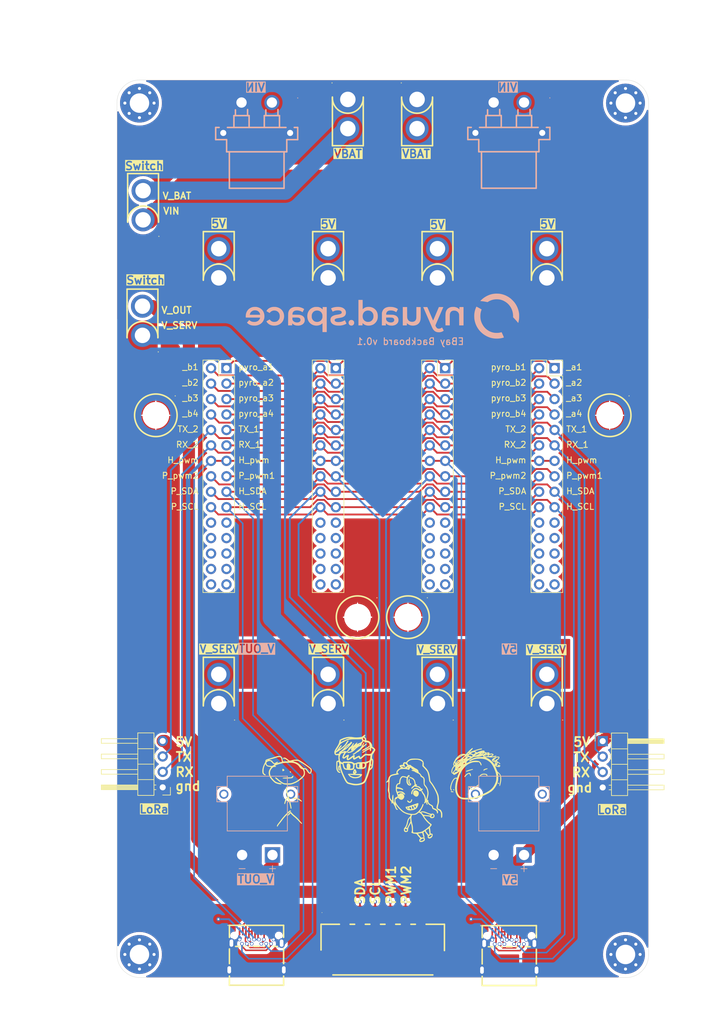
<source format=kicad_pcb>
(kicad_pcb (version 20241229) (generator "pcbnew") (generator_version "9.0")
  (layers (0 "F.Cu" signal) (2 "B.Cu" signal) (13 "F.Paste" user) (15 "B.Paste" user) (5 "F.SilkS" user "F.Silkscreen") (7 "B.SilkS" user "B.Silkscreen") (1 "F.Mask" user) (3 "B.Mask" user) (25 "Edge.Cuts" user))
  (net 0 "")
  (net 1 "VBAT")
  (net 2 "GND")
  (net 3 "VIN")
  (net 4 "5V")
  (net 5 "V_SERV")
  (net 6 "V_OUT")
  (net 7 "P_I2C_SDA")
  (net 8 "P_PWM2")
  (net 9 "P_PWM1")
  (net 10 "P_I2C_SCL")
  (net 11 "UART_TX_1")
  (net 12 "UART_RX_1")
  (net 13 "UART_TX_2")
  (net 14 "UART_RX_2")
  (net 19 "PYRO_B_2")
  (net 20 "PYRO_B_3")
  (net 21 "PYRO_B_4")
  (net 22 "PYRO_A_1")
  (net 24 "PYRO_A_4")
  (net 27 "PYRO_B_1")
  (net 28 "H_I2C_SDA")
  (net 30 "PYRO_A_3")
  (net 33 "H_I2C_SCL")
  (net 34 "PYRO_A_2")
  (net 65 "H_PWM")
  (footprint "MountingHole:MountingHole_3.2mm_M3_Pad_Via" (layer "F.Cu") (at 144.002944 35.802944)
    (property "Reference" "H2" (hide yes))
    (property "Value" "MountingHole")
  )
  (footprint "LOGO" (layer "F.Cu") (at 104.204813 148)
    (property "Reference" "G***" (hide yes))
    (property "Value" "LOGO" (hide yes))
  )
  (footprint "XT30-vertical:CONN-TH_XT30U-F" (layer "F.Cu") (at 95.055 132.143 -90)
    (property "Reference" "U5" (hide yes))
    (property "Value" "XT30U-F")
  )
  (footprint "XT30-vertical:CONN-TH_XT30U-F" (layer "F.Cu") (at 64.5 71.599924 -90)
    (property "Reference" "U13" (hide yes))
    (property "Value" "XT30U-F")
  )
  (footprint "SMTSOM2.525STR:SMD_BD5.6-D4.1" (layer "F.Cu") (at 141.4 87.143)
    (property "Reference" "U21" (hide yes))
    (property "Value" "SMTSOM2_525STR")
  )
  (footprint "Connector_PinSocket_2.54mm:PinSocket_2x15_P2.54mm_Vertical" (layer "F.Cu") (at 114.325 79.393)
    (property "Reference" "H7" (hide yes))
    (property "Value" "ZX-PM2_54-2-15PY")
  )
  (footprint "USB-C 24P:TYPE-C-SMD_TYPE-C-24P-QCHT" (layer "F.Cu") (at 124.870079 175.225982)
    (property "Reference" "U1" (hide yes))
    (property "Value" "TYPE-C_24P_QCHT")
  )
  (footprint "MountingHole:MountingHole_3.2mm_M3_Pad_Via" (layer "F.Cu") (at 144.002944 175.802945)
    (property "Reference" "H4" (hide yes))
    (property "Value" "MountingHole")
  )
  (footprint "XT30-vertical:CONN-TH_XT30U-F" (layer "F.Cu") (at 113.055 132.143 -90)
    (property "Reference" "U7" (hide yes))
    (property "Value" "XT30U-F")
  )
  (footprint "XT30-vertical:CONN-TH_XT30U-F" (layer "F.Cu") (at 77.055 62.143 -90)
    (property "Reference" "U2" (hide yes))
    (property "Value" "XT30U-F")
  )
  (footprint "XT30-vertical:CONN-TH_XT30U-F" (layer "F.Cu") (at 131.055 132.143 -90)
    (property "Reference" "U9" (hide yes))
    (property "Value" "XT30U-F")
  )
  (footprint "Connector_PinSocket_2.54mm:PinSocket_2x15_P2.54mm_Vertical" (layer "F.Cu") (at 132.325 79.393)
    (property "Reference" "H8" (hide yes))
    (property "Value" "ZX-PM2_54-2-15PY")
  )
  (footprint "S6B-XH-SM4-TB:CONN-SMD_S6B-XH-SM4-TB-LF-SN" (layer "F.Cu") (at 104.049911 173.7)
    (property "Reference" "U16" (hide yes))
    (property "Value" "S6B-XH-SM4-TB(LF)(SN)")
  )
  (footprint "Connector_PinSocket_2.54mm:PinSocket_2x15_P2.54mm_Vertical" (layer "F.Cu") (at 78.325 79.393)
    (property "Reference" "H5" (hide yes))
    (property "Value" "ZX-PM2_54-2-15PY")
  )
  (footprint "XT30-vertical:CONN-TH_XT30U-F" (layer "F.Cu") (at 131.055 62.143 -90)
    (property "Reference" "U8" (hide yes))
    (property "Value" "XT30U-F")
  )
  (footprint "MountingHole:MountingHole_3.2mm_M3_Pad_Via" (layer "F.Cu") (at 64.002944 175.802945)
    (property "Reference" "H3" (hide yes))
    (property "Value" "MountingHole")
  )
  (footprint "MountingHole:MountingHole_3.2mm_M3_Pad_Via" (layer "F.Cu") (at 64.002944 35.802944)
    (property "Reference" "H1" (hide yes))
    (property "Value" "MountingHole")
  )
  (footprint "SMTSOM2.525STR:SMD_BD5.6-D4.1" (layer "F.Cu") (at 99.9 120.343)
    (property "Reference" "U23" (hide yes))
    (property "Value" "SMTSOM2_525STR")
  )
  (footprint "SMTSOM2.525STR:SMD_BD5.6-D4.1" (layer "F.Cu") (at 66.7 87.143)
    (property "Reference" "U22" (hide yes))
    (property "Value" "SMTSOM2_525STR")
  )
  (footprint "Connector_PinSocket_2.54mm:PinSocket_2x15_P2.54mm_Vertical" (layer "F.Cu") (at 96.325 79.393)
    (property "Reference" "H6" (hide yes))
    (property "Value" "ZX-PM2_54-2-15PY")
  )
  (footprint "XT30-vertical:CONN-TH_XT30U-F" (layer "F.Cu") (at 98.3 37.600076 90)
    (property "Reference" "U10" (hide yes))
    (property "Value" "XT30U-F")
  )
  (footprint "XT30-vertical:CONN-TH_XT30U-F" (layer "F.Cu") (at 113.055 62.143 -90)
    (property "Reference" "U6" (hide yes))
    (property "Value" "XT30U-F")
  )
  (footprint "Connector_PinHeader_2.54mm:PinHeader_1x04_P2.54mm_Horizontal" (layer "F.Cu") (at 67.83 148.318 180)
    (property "Reference" "J12" (hide yes))
    (property "Value" "Conn_01x04_Socket")
  )
  (footprint "XT30-vertical:CONN-TH_XT30U-F" (layer "F.Cu") (at 64.6 52.6 -90)
    (property "Reference" "U12" (hide yes))
    (property "Value" "XT30U-F")
  )
  (footprint "XT30-vertical:CONN-TH_XT30U-F" (layer "F.Cu") (at 77.055 132.143 -90)
    (property "Reference" "U3" (hide yes))
    (property "Value" "XT30U-F")
  )
  (footprint "USB-C 24P:TYPE-C-SMD_TYPE-C-24P-QCHT" (layer "F.Cu") (at 83.270079 175.175537)
    (property "Reference" "U15" (hide yes))
    (property "Value" "TYPE-C_24P_QCHT")
  )
  (footprint "XT30-vertical:CONN-TH_XT30U-F" (layer "F.Cu") (at 109.7 37.600076 90)
    (property "Reference" "U11" (hide yes))
    (property "Value" "XT30U-F")
  )
  (footprint "XT30-vertical:CONN-TH_XT30U-F" (layer "F.Cu") (at 95.055 62.143 -90)
    (property "Reference" "U4" (hide yes))
    (property "Value" "XT30U-F")
  )
  (footprint "Connector_PinHeader_2.54mm:PinHeader_1x04_P2.54mm_Horizontal" (layer "F.Cu") (at 140.25 140.723)
    (property "Reference" "J10" (hide yes))
    (property "Value" "Conn_01x04_Socket")
  )
  (footprint "SMTSOM2.525STR:SMD_BD5.6-D4.1" (layer "F.Cu") (at 108.2 120.343)
    (property "Reference" "U24" (hide yes))
    (property "Value" "SMTSOM2_525STR")
  )
  (footprint "XT30PW-M:AMASS_XT30PW-M" (layer "B.Cu") (at 83.4 149.443 180)
    (property "Reference" "J6" (hide yes))
    (property "Value" "XT30PW-M")
  )
  (footprint "XT30PW-M:AMASS_XT30PW-M" (layer "B.Cu") (at 124.8 149.443 180)
    (property "Reference" "J5" (hide yes))
    (property "Value" "XT30PW-M")
  )
  (footprint "XT30PW-F20.G:CONN-TH_XT30PW-F-1" (layer "B.Cu") (at 83.300013 38.211449 180)
    (property "Reference" "U14" (hide yes))
    (property "Value" "XT30PW-F" (hide yes))
  )
  (footprint "LOGO" (layer "B.Cu") (at 104 70.83 180)
    (property "Reference" "G***" (hide yes))
    (property "Value" "LOGO" (hide yes))
  )
  (footprint "XT30PW-F20.G:CONN-TH_XT30PW-F-1" (layer "B.Cu") (at 124.8 38.2 180)
    (property "Reference" "U17" (hide yes))
    (property "Value" "XT30PW-F" (hide yes))
  )
  (gr_arc (start 60.3 35.7) (mid 61.383705 33.083705) (end 64 32) (stroke (width 0.05)) (layer "Edge.Cuts"))
  (gr_line (start 147.8 35.7) (end 147.8 175.9) (stroke (width 0.05)) (layer "Edge.Cuts"))
  (gr_line (start 144.1 179.6) (end 64.1 179.6) (stroke (width 0.05)) (layer "Edge.Cuts"))
  (gr_line (start 60.3 175.8) (end 60.3 35.7) (stroke (width 0.05)) (layer "Edge.Cuts"))
  (gr_arc (start 144.1 32) (mid 146.716295 33.083705) (end 147.8 35.7) (stroke (width 0.05)) (layer "Edge.Cuts"))
  (gr_arc (start 147.8 175.9) (mid 146.716295 178.516295) (end 144.1 179.6) (stroke (width 0.05)) (layer "Edge.Cuts"))
  (gr_arc (start 64.1 179.6) (mid 61.412994 178.487006) (end 60.3 175.8) (stroke (width 0.05)) (layer "Edge.Cuts"))
  (gr_line (start 64 32) (end 144.1 32) (stroke (width 0.05)) (layer "Edge.Cuts"))
  (gr_text "LoRa" (at 63.88 152.693 0) (layer "F.SilkS" knockout) (effects (font (size 1.3 1.3) (thickness 0.26) (bold yes)) (justify left bottom)))
  (gr_text "pyro_a1" (at 80.2 79.8 0) (layer "F.SilkS") (effects (font (size 1 1) (thickness 0.153)) (justify left bottom)))
  (gr_text "V_BAT" (at 67.7 51.7 0) (layer "F.SilkS") (effects (font (size 1.1 1.1) (thickness 0.22) (bold yes)) (justify left bottom)))
  (gr_text "TX_1" (at 134.15 90 0) (layer "F.SilkS") (effects (font (size 1 1) (thickness 0.153)) (justify left bottom)))
  (gr_text "V_OUT" (at 67.5 70.5 0) (layer "F.SilkS") (effects (font (size 1.1 1.1) (thickness 0.22) (bold yes)) (justify left bottom)))
  (gr_text "pyro_b3" (at 127.76 84.9 0) (layer "F.SilkS") (effects (font (size 1 1) (thickness 0.153)) (justify right bottom)))
  (gr_text "RX_1" (at 80.2 92.55 0) (layer "F.SilkS") (effects (font (size 1 1) (thickness 0.153)) (justify left bottom)))
  (gr_text "V_SERV" (at 91.8 126.286 0) (layer "F.SilkS" knockout) (effects (font (size 1.2 1.2) (thickness 0.24) (bold yes)) (justify left bottom)))
  (gr_text "TX_2" (at 127.76 90 0) (layer "F.SilkS") (effects (font (size 1 1) (thickness 0.153)) (justify right bottom)))
  (gr_text "5V" (at 129.8 56.5 0) (layer "F.SilkS" knockout) (effects (font (size 1.3 1.3) (thickness 0.26) (bold yes)) (justify left bottom)))
  (gr_text "H_pwm" (at 127.76 95.1 0) (layer "F.SilkS") (effects (font (size 1 1) (thickness 0.153)) (justify right bottom)))
  (gr_text "pyro_a4" (at 80.2 87.45 0) (layer "F.SilkS") (effects (font (size 1 1) (thickness 0.153)) (justify left bottom)))
  (gr_text "TX" (at 135.25 144.25 0) (layer "F.SilkS") (effects (font (size 1.5 1.5) (thickness 0.3) (bold yes)) (justify left bottom)))
  (gr_text "H_pwm" (at 134.15 95.1 0) (layer "F.SilkS") (effects (font (size 1 1) (thickness 0.153)) (justify left bottom)))
  (gr_text "VBAT" (at 95.9 44.900076 0) (layer "F.SilkS" knockout) (effects (font (size 1.3 1.3) (thickness 0.26) (bold yes)) (justify left bottom)))
  (gr_text "P_SCL" (at 73.81 102.75 0) (layer "F.SilkS") (effects (font (size 1 1) (thickness 0.153)) (justify right bottom)))
  (gr_text "5V" (at 93.7 56.5 0) (layer "F.SilkS" knockout) (effects (font (size 1.3 1.3) (thickness 0.26) (bold yes)) (justify left bottom)))
  (gr_text "RX" (at 135 146.75 0) (layer "F.SilkS") (effects (font (size 1.5 1.5) (thickness 0.3) (bold yes)) (justify left bottom)))
  (gr_text "pyro_a3" (at 80.2 84.9 0) (layer "F.SilkS") (effects (font (size 1 1) (thickness 0.153)) (justify left bottom)))
  (gr_text "gnd" (at 134.25 149.25 0) (layer "F.SilkS") (effects (font (size 1.5 1.5) (thickness 0.3) (bold yes)) (justify left bottom)))
  (gr_text "_b2" (at 73.81 82.35 0) (layer "F.SilkS") (effects (font (size 1 1) (thickness 0.153)) (justify right bottom)))
  (gr_text "5V" (at 111.7 56.6 0) (layer "F.SilkS" knockout) (effects (font (size 1.3 1.3) (thickness 0.26) (bold yes)) (justify left bottom)))
  (gr_text "V_SERV" (at 127.6 126.386 0) (layer "F.SilkS" knockout) (effects (font (size 1.2 1.2) (thickness 0.24) (bold yes)) (justify left bottom)))
  (gr_text "RX_1" (at 134.15 92.55 0) (layer "F.SilkS") (effects (font (size 1 1) (thickness 0.153)) (justify left bottom)))
  (gr_text "P_pwm1" (at 80.2 97.65 0) (layer "F.SilkS") (effects (font (size 1 1) (thickness 0.153)) (justify left bottom)))
  (gr_text "TX_1" (at 80.2 90 0) (layer "F.SilkS") (effects (font (size 1 1) (thickness 0.153)) (justify left bottom)))
  (gr_text "V_SERV" (at 109.6 126.386 0) (layer "F.SilkS" knockout) (effects (font (size 1.2 1.2) (thickness 0.24) (bold yes)) (justify left bottom)))
  (gr_text "H_pwm" (at 73.81 95.1 0) (layer "F.SilkS") (effects (font (size 1 1) (thickness 0.153)) (justify right bottom)))
  (gr_text "VIN" (at 67.8 54.2 0) (layer "F.SilkS") (effects (font (size 1.1 1.1) (thickness 0.22) (bold yes)) (justify left bottom)))
  (gr_text "_a1" (at 134.15 79.8 0) (layer "F.SilkS") (effects (font (size 1 1) (thickness 0.153)) (justify left bottom)))
  (gr_text "5V" (at 75.7 56.4 0) (layer "F.SilkS" knockout) (effects (font (size 1.3 1.3) (thickness 0.26) (bold yes)) (justify left bottom)))
  (gr_text "H_pwm" (at 80.2 95.1 0) (layer "F.SilkS") (effects (font (size 1 1) (thickness 0.153)) (justify left bottom)))
  (gr_text "VBAT" (at 107.1 44.900076 0) (layer "F.SilkS" knockout) (effects (font (size 1.3 1.3) (thickness 0.26) (bold yes)) (justify left bottom)))
  (gr_text "_a3" (at 134.15 84.9 0) (layer "F.SilkS") (effects (font (size 1 1) (thickness 0.153)) (justify left bottom)))
  (gr_text "Switch" (at 61.5 46.9 0) (layer "F.SilkS" knockout) (effects (font (size 1.3 1.3) (thickness 0.26) (bold yes)) (justify left bottom)))
  (gr_text "RX_2" (at 127.76 92.55 0) (layer "F.SilkS") (effects (font (size 1 1) (thickness 0.153)) (justify right bottom)))
  (gr_text "5V" (at 69.75 141.75 0) (layer "F.SilkS") (effects (font (size 1.5 1.5) (thickness 0.3) (bold yes)) (justify left bottom)))
  (gr_text "LoRa" (at 139.28 152.793 0) (layer "F.SilkS" knockout) (effects (font (size 1.3 1.3) (thickness 0.26) (bold yes)) (justify left bottom)))
  (gr_text "P_pwm1" (at 134.15 97.65 0) (layer "F.SilkS") (effects (font (size 1 1) (thickness 0.153)) (justify left bottom)))
  (gr_text "Switch" (at 61.7 65.7 0) (layer "F.SilkS" knockout) (effects (font (size 1.3 1.3) (thickness 0.26) (bold yes)) (justify left bottom)))
  (gr_text "_a2" (at 134.15 82.35 0) (layer "F.SilkS") (effects (font (size 1 1) (thickness 0.153)) (justify left bottom)))
  (gr_text "PWM1" (at 106.3 167.743 90) (layer "F.SilkS") (effects (font (size 1.5 1.5) (thickness 0.3) (bold yes)) (justify left bottom)))
  (gr_text "pyro_b2" (at 127.76 82.35 0) (layer "F.SilkS") (effects (font (size 1 1) (thickness 0.153)) (justify right bottom)))
  (gr_text "H_SDA" (at 80.2 100.2 0) (layer "F.SilkS") (effects (font (size 1 1) (thickness 0.153)) (justify left bottom)))
  (gr_text "TX_2" (at 73.81 90 0) (layer "F.SilkS") (effects (font (size 1 1) (thickness 0.153)) (justify right bottom)))
  (gr_text "SCL" (at 103.7 167.743 90) (layer "F.SilkS") (effects (font (size 1.5 1.5) (thickness 0.3) (bold yes)) (justify left bottom)))
  (gr_text "_a4" (at 134.15 87.45 0) (layer "F.SilkS") (effects (font (size 1 1) (thickness 0.153)) (justify left bottom)))
  (gr_text "P_SDA" (at 127.76 100.2 0) (layer "F.SilkS") (effects (font (size 1 1) (thickness 0.153)) (justify right bottom)))
  (gr_text "SDA" (at 101.2 167.743 90) (layer "F.SilkS") (effects (font (size 1.5 1.5) (thickness 0.3) (bold yes)) (justify left bottom)))
  (gr_text "P_SCL" (at 127.76 102.75 0) (layer "F.SilkS") (effects (font (size 1 1) (thickness 0.153)) (justify right bottom)))
  (gr_text "TX" (at 69.805 144.198 0) (layer "F.SilkS") (effects (font (size 1.5 1.5) (thickness 0.3) (bold yes)) (justify left bottom)))
  (gr_text "gnd" (at 69.75 149 0) (layer "F.SilkS") (effects (font (size 1.5 1.5) (thickness 0.3) (bold yes)) (justify left bottom)))
  (gr_text "V_SERV" (at 67.5 73 0) (layer "F.SilkS") (effects (font (size 1.1 1.1) (thickness 0.22) (bold yes)) (justify left bottom)))
  (gr_text "RX_2" (at 73.81 92.55 0) (layer "F.SilkS") (effects (font (size 1 1) (thickness 0.153)) (justify right bottom)))
  (gr_text "_b4" (at 73.81 87.45 0) (layer "F.SilkS") (effects (font (size 1 1) (thickness 0.153)) (justify right bottom)))
  (gr_text "RX" (at 69.75 146.698 0) (layer "F.SilkS") (effects (font (size 1.5 1.5) (thickness 0.3) (bold yes)) (justify left bottom)))
  (gr_text "pyro_b1" (at 127.76 79.8 0) (layer "F.SilkS") (effects (font (size 1 1) (thickness 0.153)) (justify right bottom)))
  (gr_text "pyro_b4" (at 127.76 87.45 0) (layer "F.SilkS") (effects (font (size 1 1) (thickness 0.153)) (justify right bottom)))
  (gr_text "_b1" (at 73.81 79.8 0) (layer "F.SilkS") (effects (font (size 1 1) (thickness 0.153)) (justify right bottom)))
  (gr_text "P_pwm2" (at 127.76 97.65 0) (layer "F.SilkS") (effects (font (size 1 1) (thickness 0.153)) (justify right bottom)))
  (gr_text "pyro_a2" (at 80.2 82.35 0) (layer "F.SilkS") (effects (font (size 1 1) (thickness 0.153)) (justify left bottom)))
  (gr_text "V_SERV" (at 73.8 126.286 0) (layer "F.SilkS" knockout) (effects (font (size 1.2 1.2) (thickness 0.24) (bold yes)) (justify left bottom)))
  (gr_text "_b3" (at 73.81 84.9 0) (layer "F.SilkS") (effects (font (size 1 1) (thickness 0.153)) (justify right bottom)))
  (gr_text "P_SDA" (at 73.81 100.2 0) (layer "F.SilkS") (effects (font (size 1 1) (thickness 0.153)) (justify right bottom)))
  (gr_text "H_SDA" (at 134.15 100.2 0) (layer "F.SilkS") (effects (font (size 1 1) (thickness 0.153)) (justify left bottom)))
  (gr_text "P_pwm2" (at 73.81 97.65 0) (layer "F.SilkS") (effects (font (size 1 1) (thickness 0.153)) (justify right bottom)))
  (gr_text "5V" (at 135.25 141.75 0) (layer "F.SilkS") (effects (font (size 1.5 1.5) (thickness 0.3) (bold yes)) (justify left bottom)))
  (gr_text "H_SCL" (at 134.15 102.75 0) (layer "F.SilkS") (effects (font (size 1 1) (thickness 0.153)) (justify left bottom)))
  (gr_text "H_SCL" (at 80.2 102.75 0) (layer "F.SilkS") (effects (font (size 1 1) (thickness 0.153)) (justify left bottom)))
  (gr_text "PWM2" (at 108.8 167.743 90) (layer "F.SilkS") (effects (font (size 1.5 1.5) (thickness 0.3) (bold yes)) (justify left bottom)))
  (gr_text "5V" (at 126.4 164.343 0) (layer "B.SilkS" knockout) (effects (font (size 1.3 1.3) (thickness 0.26) (bold yes)) (justify left bottom mirror)))
  (gr_text "5V" (at 126.3 126.4 0) (layer "B.SilkS" knockout) (effects (font (size 1.3 1.3) (thickness 0.26) (bold yes)) (justify left bottom mirror)))
  (gr_text "VIN" (at 84.8 34 0) (layer "B.SilkS" knockout) (effects (font (size 1.3 1.3) (thickness 0.26) (bold yes)) (justify left bottom mirror)))
  (gr_text "EBay Backboard v0.1" (at 117.52 75.65 0) (layer "B.SilkS") (effects (font (size 1.1 1.1) (thickness 0.175) (bold yes)) (justify left bottom mirror)))
  (gr_text "V_OUT" (at 86.37 126.3 0) (layer "B.SilkS" knockout) (effects (font (size 1.3 1.3) (thickness 0.26) (bold yes)) (justify left bottom mirror)))
  (gr_text "V_OUT" (at 86.2 164.2 0) (layer "B.SilkS" knockout) (effects (font (size 1.3 1.3) (thickness 0.26) (bold yes)) (justify left bottom mirror)))
  (gr_text "VIN" (at 126.3 34 0) (layer "B.SilkS" knockout) (effects (font (size 1.3 1.3) (thickness 0.26) (bold yes)) (justify left bottom mirror)))
  (segment (start 87.949924 50.200076) (end 98.15 40) (width 3) (layer "B.Cu") (net 1))
  (segment (start 98.15 40) (end 98.3 40) (width 3) (layer "B.Cu") (net 1))
  (segment (start 64.6 50.200076) (end 87.949924 50.200076) (width 3) (layer "B.Cu") (net 1))
  (segment (start 65.500076 54.999924) (end 69 51.5) (width 3) (layer "F.Cu") (net 3))
  (segment (start 64.6 54.999924) (end 65.500076 54.999924) (width 3) (layer "F.Cu") (net 3))
  (segment (start 137 149.743) (end 127.3 159.443) (width 2) (layer "F.Cu") (net 4))
  (segment (start 137 143.612447) (end 137 149.743) (width 2) (layer "F.Cu") (net 4))
  (segment (start 131.055 59.743076) (end 133.993076 59.743076) (width 2) (layer "F.Cu") (net 4))
  (segment (start 146.13 71.88) (end 146.13 134.843) (width 2) (layer "F.Cu") (net 4))
  (segment (start 146.13 134.843) (end 140.25 140.723) (width 2) (layer "F.Cu") (net 4))
  (segment (start 121.243 165.5) (end 77.75 165.5) (width 2) (layer "F.Cu") (net 4))
  (segment (start 140.25 140.723) (end 139.889447 140.723) (width 2) (layer "F.Cu") (net 4))
  (segment (start 127.3 159.443) (end 121.243 165.5) (width 2) (layer "F.Cu") (net 4))
  (segment (start 70.25 142.757447) (end 68.190553 140.698) (width 2) (layer "F.Cu") (net 4))
  (segment (start 77.75 165.5) (end 70.25 158) (width 2) (layer "F.Cu") (net 4))
  (segment (start 70.25 158) (end 70.25 142.757447) (width 2) (layer "F.Cu") (net 4))
  (segment (start 139.889447 140.723) (end 137 143.612447) (width 2) (layer "F.Cu") (net 4))
  (segment (start 68.190553 140.698) (end 67.83 140.698) (width 2) (layer "F.Cu") (net 4))
  (segment (start 133.993076 59.743076) (end 146.13 71.88) (width 2) (layer "F.Cu") (net 4))
  (segment (start 82.020015 172.01793) (end 82.020015 173.507536) (width 0.25) (layer "F.Cu") (net 5))
  (segment (start 123.620015 172.068375) (end 123.620015 173.557981) (width 0.25) (layer "F.Cu") (net 5))
  (segment (start 125.209277 170.743) (end 125.620015 171.153738) (width 0.25) (layer "F.Cu") (net 5))
  (segment (start 124.530881 170.743) (end 125.209277 170.743) (width 0.25) (layer "F.Cu") (net 5))
  (segment (start 83.659722 170.743) (end 84.020015 171.103293) (width 0.25) (layer "F.Cu") (net 5))
  (segment (start 84.020015 171.103293) (end 84.020015 172.01793) (width 0.25) (layer "F.Cu") (net 5))
  (segment (start 126.120143 172.068375) (end 126.120143 173.558489) (width 0.25) (layer "F.Cu") (net 5))
  (segment (start 84.520143 173.508044) (end 84.070308 173.957879) (width 0.25) (layer "F.Cu") (net 5))
  (segment (start 124.070104 174.00807) (end 124.070104 174.093521) (width 0.25) (layer "F.Cu") (net 5))
  (segment (start 82.020015 172.01793) (end 82.520143 172.01793) (width 0.25) (layer "F.Cu") (net 5))
  (segment (start 125.620015 171.153738) (end 125.620015 172.068375) (width 0.25) (layer "F.Cu") (net 5))
  (segment (start 84.020015 172.01793) (end 84.520143 172.01793) (width 0.25) (layer "F.Cu") (net 5))
  (segment (start 124.120143 171.153738) (end 124.530881 170.743) (width 0.25) (layer "F.Cu") (net 5))
  (segment (start 126.120143 173.558489) (end 125.670308 174.008324) (width 0.25) (layer "F.Cu") (net 5))
  (segment (start 82.020015 173.507536) (end 82.470104 173.957625) (width 0.25) (layer "F.Cu") (net 5))
  (segment (start 84.070308 173.957879) (end 84.070308 174.043076) (width 0.25) (layer "F.Cu") (net 5))
  (segment (start 82.520143 172.01793) (end 82.520143 171.103293) (width 0.25) (layer "F.Cu") (net 5))
  (segment (start 82.880436 170.743) (end 83.659722 170.743) (width 0.25) (layer "F.Cu") (net 5))
  (segment (start 124.120143 172.068375) (end 124.120143 171.153738) (width 0.25) (layer "F.Cu") (net 5))
  (segment (start 82.520143 171.103293) (end 82.880436 170.743) (width 0.25) (layer "F.Cu") (net 5))
  (segment (start 123.620015 173.557981) (end 124.070104 174.00807) (width 0.25) (layer "F.Cu") (net 5))
  (segment (start 84.520143 172.01793) (end 84.520143 173.508044) (width 0.25) (layer "F.Cu") (net 5))
  (segment (start 82.470104 173.957625) (end 82.470104 174.043076) (width 0.25) (layer "F.Cu") (net 5))
  (segment (start 125.670308 174.008324) (end 125.670308 174.093521) (width 0.25) (layer "F.Cu") (net 5))
  (segment (start 123.620015 172.068375) (end 124.120143 172.068375) (width 0.25) (layer "F.Cu") (net 5))
  (segment (start 125.620015 172.068375) (end 126.120143 172.068375) (width 0.25) (layer "F.Cu") (net 5))
  (via (at 118.572742 170) (size 0.7) (drill 0.3) (layers "F.Cu" "B.Cu") (net 5))
  (via (at 77 170) (size 0.7) (drill 0.3) (layers "F.Cu" "B.Cu") (net 5))
  (segment (start 78.033848 73.999848) (end 85.8 81.766) (width 3) (layer "B.Cu") (net 5))
  (segment (start 78.727258 170) (end 77 170) (width 0.3) (layer "B.Cu") (net 5))
  (segment (start 64.5 73.999848) (end 78.033848 73.999848) (width 3) (layer "B.Cu") (net 5))
  (segment (start 85.8 81.766) (end 85.8 120.488076) (width 3) (layer "B.Cu") (net 5))
  (segment (start 82.070308 173.34305) (end 78.727258 170) (width 0.3) (layer "B.Cu") (net 5))
  (segment (start 123.64305 173.34305) (end 120.3 170) (width 0.3) (layer "B.Cu") (net 5))
  (segment (start 120.3 170) (end 118.572742 170) (width 0.3) (layer "B.Cu") (net 5))
  (segment (start 85.8 120.488076) (end 95.055 129.743076) (width 3) (layer "B.Cu") (net 5))
  (segment (start 79.5 162.75) (end 84.25 162.75) (width 2) (layer "F.Cu") (net 6))
  (segment (start 72.14 139.837382) (end 73.5 141.197382) (width 2) (layer "F.Cu") (net 6))
  (segment (start 73.5 141.197382) (end 73.5 156.75) (width 2) (layer "F.Cu") (net 6))
  (segment (start 85.9 161.1) (end 85.9 159.443) (width 2) (layer "F.Cu") (net 6))
  (segment (start 64.5 69.2) (end 66.2 69.2) (width 2) (layer "F.Cu") (net 6))
  (segment (start 72.14 75.14) (end 72.14 139.837382) (width 2) (layer "F.Cu") (net 6))
  (segment (start 66.2 69.2) (end 72.14 75.14) (width 2) (layer "F.Cu") (net 6))
  (segment (start 73.5 156.75) (end 79.5 162.75) (width 2) (layer "F.Cu") (net 6))
  (segment (start 84.25 162.75) (end 85.9 161.1) (width 2) (layer "F.Cu") (net 6))
  (segment (start 112.986 100.914) (end 128.584 100.914) (width 0.3) (layer "F.Cu") (net 7))
  (segment (start 76.986 100.914) (end 92.584 100.914) (width 0.3) (layer "F.Cu") (net 7))
  (segment (start 128.584 100.914) (end 129.785 99.713) (width 0.3) (layer "F.Cu") (net 7))
  (segment (start 75.785 99.713) (end 76.986 100.914) (width 0.3) (layer "F.Cu") (net 7))
  (segment (start 110.584 100.914) (end 111.785 99.713) (width 0.3) (layer "F.Cu") (net 7))
  (segment (start 100.299924 170.242898) (end 100.3 170.242822) (width 0.3) (layer "F.Cu") (net 7))
  (segment (start 111.785 99.713) (end 112.986 100.914) (width 0.3) (layer "F.Cu") (net 7))
  (segment (start 100.299924 167.143076) (end 100.299924 170.242898) (width 0.3) (layer "F.Cu") (net 7))
  (segment (start 94.986 100.914) (end 110.584 100.914) (width 0.3) (layer "F.Cu") (net 7))
  (segment (start 100.3 167.143) (end 100.299924 167.143076) (width 0.3) (layer "F.Cu") (net 7))
  (segment (start 92.584 100.914) (end 93.785 99.713) (width 0.3) (layer "F.Cu") (net 7))
  (segment (start 93.785 99.713) (end 94.986 100.914) (width 0.3) (layer "F.Cu") (net 7))
  (via (at 100.3 167.143) (size 0.6) (drill 0.3) (layers "F.Cu" "B.Cu") (net 7))
  (segment (start 93.067628 99.713) (end 93.785 99.713) (width 0.3) (layer "B.Cu") (net 7))
  (segment (start 88.75 104.030628) (end 93.067628 99.713) (width 0.3) (layer "B.Cu") (net 7))
  (segment (start 88.75 117.05) (end 88.75 104.030628) (width 0.3) (layer "B.Cu") (net 7))
  (segment (start 101.25 165.193) (end 101.25 129.55) (width 0.3) (layer "B.Cu") (net 7))
  (segment (start 101.25 129.55) (end 88.75 117.05) (width 0.3) (layer "B.Cu") (net 7))
  (segment (start 100.3 167.143) (end 100.3 166.143) (width 0.3) (layer "B.Cu") (net 7))
  (segment (start 100.3 166.143) (end 101.25 165.193) (width 0.3) (layer "B.Cu") (net 7))
  (segment (start 110.584 98.374) (end 111.785 97.173) (width 0.3) (layer "F.Cu") (net 8))
  (segment (start 93.785 97.173) (end 94.986 98.374) (width 0.3) (layer "F.Cu") (net 8))
  (segment (start 94.986 98.374) (end 110.584 98.374) (width 0.3) (layer "F.Cu") (net 8))
  (segment (start 107.8 167.143) (end 107.799949 167.143051) (width 0.3) (layer "F.Cu") (net 8))
  (segment (start 111.785 97.173) (end 112.986 98.374) (width 0.3) (layer "F.Cu") (net 8))
  (segment (start 107.799949 167.143051) (end 107.799949 170.242898) (width 0.3) (layer "F.Cu") (net 8))
  (segment (start 75.785 97.173) (end 77.124 98.512) (width 0.3) (layer "F.Cu") (net 8))
  (segment (start 128.584 98.374) (end 129.785 97.173) (width 0.3) (layer "F.Cu") (net 8))
  (segment (start 112.986 98.374) (end 128.584 98.374) (width 0.3) (layer "F.Cu") (net 8))
  (segment (start 77.124 98.512) (end 92.446 98.512) (width 0.3) (layer "F.Cu") (net 8))
  (segment (start 92.446 98.512) (end 93.785 97.173) (width 0.3) (layer "F.Cu") (net 8))
  (via (at 107.8 167.143) (size 0.6) (drill 0.3) (layers "F.Cu" "B.Cu") (net 8))
  (segment (start 104.586015 162.929015) (end 107.8 166.143) (width 0.3) (layer "B.Cu") (net 8))
  (segment (start 104.586015 104.371985) (end 104.586015 162.929015) (width 0.3) (layer "B.Cu") (net 8))
  (segment (start 107.8 166.143) (end 107.8 167.143) (width 0.3) (layer "B.Cu") (net 8))
  (segment (start 111.785 97.173) (end 104.586015 104.371985) (width 0.3) (layer "B.Cu") (net 8))
  (segment (start 112.282471 95.972) (end 113.483471 97.173) (width 0.3) (layer "F.Cu") (net 9))
  (segment (start 105.299949 167.143051) (end 105.299949 170.242898) (width 0.3) (layer "F.Cu") (net 9))
  (segment (start 113.483471 97.173) (end 114.325 97.173) (width 0.3) (layer "F.Cu") (net 9))
  (segment (start 111.287529 95.972) (end 112.282471 95.972) (width 0.3) (layer "F.Cu") (net 9))
  (segment (start 114.325 97.173) (end 128.086529 97.173) (width 0.3) (layer "F.Cu") (net 9))
  (segment (start 94.329 95.972) (end 95.53 97.173) (width 0.3) (layer "F.Cu") (net 9))
  (segment (start 92.086529 97.173) (end 93.287529 95.972) (width 0.3) (layer "F.Cu") (net 9))
  (segment (start 129.287529 95.972) (end 131.124 95.972) (width 0.3) (layer "F.Cu") (net 9))
  (segment (start 95.53 97.173) (end 96.325 97.173) (width 0.3) (layer "F.Cu") (net 9))
  (segment (start 93.287529 95.972) (end 94.329 95.972) (width 0.3) (layer "F.Cu") (net 9))
  (segment (start 96.325 97.173) (end 110.086529 97.173) (width 0.3) (layer "F.Cu") (net 9))
  (segment (start 78.325 97.173) (end 92.086529 97.173) (width 0.3) (layer "F.Cu") (net 9))
  (segment (start 128.086529 97.173) (end 129.287529 95.972) (width 0.3) (layer "F.Cu") (net 9))
  (segment (start 105.3 167.143) (end 105.299949 167.143051) (width 0.3) (layer "F.Cu") (net 9))
  (segment (start 131.124 95.972) (end 132.325 97.173) (width 0.3) (layer "F.Cu") (net 9))
  (segment (start 110.086529 97.173) (end 111.287529 95.972) (width 0.3) (layer "F.Cu") (net 9))
  (via (at 105.3 167.143) (size 0.6) (drill 0.3) (layers "F.Cu" "B.Cu") (net 9))
  (segment (start 103.5 164.343) (end 103.5 104.348) (width 0.3) (layer "B.Cu") (net 9))
  (segment (start 105.3 166.143) (end 103.5 164.343) (width 0.3) (layer "B.Cu") (net 9))
  (segment (start 105.3 166.143) (end 105.3 167.143) (width 0.3) (layer "B.Cu") (net 9))
  (segment (start 103.5 104.348) (end 96.325 97.173) (width 0.3) (layer "B.Cu") (net 9))
  (segment (start 76.986 103.454) (end 92.584 103.454) (width 0.3) (layer "F.Cu") (net 10))
  (segment (start 93.785 102.253) (end 94.986 103.454) (width 0.3) (layer "F.Cu") (net 10))
  (segment (start 94.986 103.454) (end 110.584 103.454) (width 0.3) (layer "F.Cu") (net 10))
  (segment (start 128.584 103.454) (end 129.785 102.253) (width 0.3) (layer "F.Cu") (net 10))
  (segment (start 112.986 103.454) (end 128.584 103.454) (width 0.3) (layer "F.Cu") (net 10))
  (segment (start 102.799949 167.143051) (end 102.799949 170.242898) (width 0.3) (layer "F.Cu") (net 10))
  (segment (start 110.584 103.454) (end 111.785 102.253) (width 0.3) (layer "F.Cu") (net 10))
  (segment (start 92.584 103.454) (end 93.785 102.253) (width 0.3) (layer "F.Cu") (net 10))
  (segment (start 102.8 167.143) (end 102.799949 167.143051) (width 0.3) (layer "F.Cu") (net 10))
  (segment (start 75.785 102.253) (end 76.986 103.454) (width 0.3) (layer "F.Cu") (net 10))
  (segment (start 111.785 102.253) (end 112.986 103.454) (width 0.3) (layer "F.Cu") (net 10))
  (via (at 102.8 167.143) (size 0.6) (drill 0.3) (layers "F.Cu" "B.Cu") (net 10))
  (segment (start 102.470351 165.813351) (end 102.470351 128.970351) (width 0.3) (layer "B.Cu") (net 10))
  (segment (start 102.470351 128.970351) (end 90.2 116.7) (width 0.3) (layer "B.Cu") (net 10))
  (segment (start 92.997 102.253) (end 93.785 102.253) (width 0.3) (layer "B.Cu") (net 10))
  (segment (start 90.2 105.05) (end 92.997 102.253) (width 0.3) (layer "B.Cu") (net 10))
  (segment (start 102.8 167.143) (end 102.8 166.143) (width 0.3) (layer "B.Cu") (net 10))
  (segment (start 102.8 166.143) (end 102.470351 165.813351) (width 0.3) (layer "B.Cu") (net 10))
  (segment (start 90.2 116.7) (end 90.2 105.05) (width 0.3) (layer "B.Cu") (net 10))
  (segment (start 114.325 89.553) (end 128.086529 89.553) (width 0.3) (layer "F.Cu") (net 11))
  (segment (start 94.309 88.352) (end 95.51 89.553) (width 0.3) (layer "F.Cu") (net 11))
  (segment (start 110.086529 89.553) (end 111.287529 88.352) (width 0.3) (layer "F.Cu") (net 11))
  (segment (start 95.51 89.553) (end 96.325 89.553) (width 0.3) (layer "F.Cu") (net 11))
  (segment (start 112.282471 88.352) (end 113.483471 89.553) (width 0.3) (layer "F.Cu") (net 11))
  (segment (start 111.287529 88.352) (end 112.282471 88.352) (width 0.3) (layer "F.Cu") (net 11))
  (segment (start 128.086529 89.553) (end 129.287529 88.352) (width 0.3) (layer "F.Cu") (net 11))
  (segment (start 78.325 89.553) (end 92.086529 89.553) (width 0.3) (layer "F.Cu") (net 11))
  (segment (start 129.287529 88.352) (end 131.124 88.352) (width 0.3) (layer "F.Cu") (net 11))
  (segment (start 92.086529 89.553) (end 93.287529 88.352) (width 0.3) (layer "F.Cu") (net 11))
  (segment (start 93.287529 88.352) (end 94.309 88.352) (width 0.3) (layer "F.Cu") (net 11))
  (segment (start 96.325 89.553) (end 110.086529 89.553) (width 0.3) (layer "F.Cu") (net 11))
  (segment (start 113.483471 89.553) (end 114.325 89.553) (width 0.3) (layer "F.Cu") (net 11))
  (segment (start 131.124 88.352) (end 132.325 89.553) (width 0.3) (layer "F.Cu") (net 11))
  (segment (start 140.25 143.263) (end 139.049 142.062) (width 0.3) (layer "B.Cu") (net 11))
  (segment (start 139.049 142.062) (end 139.049 96.277) (width 0.3) (layer "B.Cu") (net 11))
  (segment (start 139.049 96.277) (end 132.325 89.553) (width 0.3) (layer "B.Cu") (net 11))
  (segment (start 94.349 90.892) (end 95.55 92.093) (width 0.3) (layer "F.Cu") (net 12))
  (segment (start 112.282471 90.892) (end 113.483471 92.093) (width 0.3) (layer "F.Cu") (net 12))
  (segment (start 131.124 90.892) (end 132.325 92.093) (width 0.3) (layer "F.Cu") (net 12))
  (segment (start 92.086529 92.093) (end 93.287529 90.892) (width 0.3) (layer "F.Cu") (net 12))
  (segment (start 96.325 92.093) (end 110.086529 92.093) (width 0.3) (layer "F.Cu") (net 12))
  (segment (start 93.287529 90.892) (end 94.349 90.892) (width 0.3) (layer "F.Cu") (net 12))
  (segment (start 129.287529 90.892) (end 131.124 90.892) (width 0.3) (layer "F.Cu") (net 12))
  (segment (start 113.483471 92.093) (end 114.325 92.093) (width 0.3) (layer "F.Cu") (net 12))
  (segment (start 95.55 92.093) (end 96.325 92.093) (width 0.3) (layer "F.Cu") (net 12))
  (segment (start 128.086529 92.093) (end 129.287529 90.892) (width 0.3) (layer "F.Cu") (net 12))
  (segment (start 110.086529 92.093) (end 111.287529 90.892) (width 0.3) (layer "F.Cu") (net 12))
  (segment (start 114.325 92.093) (end 128.086529 92.093) (width 0.3) (layer "F.Cu") (net 12))
  (segment (start 78.325 92.093) (end 92.086529 92.093) (width 0.3) (layer "F.Cu") (net 12))
  (segment (start 111.287529 90.892) (end 112.282471 90.892) (width 0.3) (layer "F.Cu") (net 12))
  (segment (start 137.25 142.803) (end 137.25 97.018) (width 0.3) (layer "B.Cu") (net 12))
  (segment (start 137.25 97.018) (end 132.325 92.093) (width 0.3) (layer "B.Cu") (net 12))
  (segment (start 140.25 145.803) (end 137.25 142.803) (width 0.3) (layer "B.Cu") (net 12))
  (segment (start 92.446 90.892) (end 93.785 89.553) (width 0.3) (layer "F.Cu") (net 13))
  (segment (start 112.986 90.754) (end 128.584 90.754) (width 0.3) (layer "F.Cu") (net 13))
  (segment (start 94.986 90.754) (end 110.584 90.754) (width 0.3) (layer "F.Cu") (net 13))
  (segment (start 110.584 90.754) (end 111.785 89.553) (width 0.3) (layer "F.Cu") (net 13))
  (segment (start 111.785 89.553) (end 112.986 90.754) (width 0.3) (layer "F.Cu") (net 13))
  (segment (start 77.124 90.892) (end 92.446 90.892) (width 0.3) (layer "F.Cu") (net 13))
  (segment (start 75.785 89.553) (end 77.124 90.892) (width 0.3) (layer "F.Cu") (net 13))
  (segment (start 128.584 90.754) (end 129.785 89.553) (width 0.3) (layer "F.Cu") (net 13))
  (segment (start 93.785 89.553) (end 94.986 90.754) (width 0.3) (layer "F.Cu") (net 13))
  (segment (start 75.785 89.553) (end 69.169 96.169) (width 0.3) (layer "B.Cu") (net 13))
  (segment (start 69.169 141.899) (end 67.83 143.238) (width 0.3) (layer "B.Cu") (net 13))
  (segment (start 69.169 96.169) (end 69.169 141.899) (width 0.3) (layer "B.Cu") (net 13))
  (segment (start 110.584 93.294) (end 111.785 92.093) (width 0.3) (layer "F.Cu") (net 14))
  (segment (start 128.584 93.294) (end 129.785 92.093) (width 0.3) (layer "F.Cu") (net 14))
  (segment (start 93.785 92.093) (end 94.986 93.294) (width 0.3) (layer "F.Cu") (net 14))
  (segment (start 94.986 93.294) (end 110.584 93.294) (width 0.3) (layer "F.Cu") (net 14))
  (segment (start 76.986 93.294) (end 92.584 93.294) (width 0.3) (layer "F.Cu") (net 14))
  (segment (start 112.986 93.294) (end 128.584 93.294) (width 0.3) (layer "F.Cu") (net 14))
  (segment (start 92.584 93.294) (end 93.785 92.093) (width 0.3) (layer "F.Cu") (net 14))
  (segment (start 111.785 92.093) (end 112.986 93.294) (width 0.3) (layer "F.Cu") (net 14))
  (segment (start 75.785 92.093) (end 76.986 93.294) (width 0.3) (layer "F.Cu") (net 14))
  (segment (start 75.785 92.093) (end 71 96.878) (width 0.3) (layer "B.Cu") (net 14))
  (segment (start 71 142.608) (end 67.83 145.778) (width 0.3) (layer "B.Cu") (net 14))
  (segment (start 71 96.878) (end 71 142.608) (width 0.3) (layer "B.Cu") (net 14))
  (segment (start 112.986 83.134) (end 128.584 83.134) (width 0.3) (layer "F.Cu") (net 19))
  (segment (start 110.446 83.272) (end 111.785 81.933) (width 0.3) (layer "F.Cu") (net 19))
  (segment (start 75.785 81.933) (end 76.986 83.134) (width 0.3) (layer "F.Cu") (net 19))
  (segment (start 111.785 81.933) (end 112.986 83.134) (width 0.3) (layer "F.Cu") (net 19))
  (segment (start 76.986 83.134) (end 92.584 83.134) (width 0.3) (layer "F.Cu") (net 19))
  (segment (start 93.785 81.933) (end 95.124 83.272) (width 0.3) (layer "F.Cu") (net 19))
  (segment (start 128.584 83.134) (end 129.785 81.933) (width 0.3) (layer "F.Cu") (net 19))
  (segment (start 95.124 83.272) (end 110.446 83.272) (width 0.3) (layer "F.Cu") (net 19))
  (segment (start 92.584 83.134) (end 93.785 81.933) (width 0.3) (layer "F.Cu") (net 19))
  (segment (start 76.986 85.674) (end 92.584 85.674) (width 0.3) (layer "F.Cu") (net 20))
  (segment (start 75.785 84.473) (end 76.986 85.674) (width 0.3) (layer "F.Cu") (net 20))
  (segment (start 93.785 84.473) (end 94.986 85.674) (width 0.3) (layer "F.Cu") (net 20))
  (segment (start 128.584 85.674) (end 129.785 84.473) (width 0.3) (layer "F.Cu") (net 20))
  (segment (start 111.785 84.473) (end 112.986 85.674) (width 0.3) (layer "F.Cu") (net 20))
  (segment (start 94.986 85.674) (end 110.584 85.674) (width 0.3) (layer "F.Cu") (net 20))
  (segment (start 112.986 85.674) (end 128.584 85.674) (width 0.3) (layer "F.Cu") (net 20))
  (segment (start 110.584 85.674) (end 111.785 84.473) (width 0.3) (layer "F.Cu") (net 20))
  (segment (start 92.584 85.674) (end 93.785 84.473) (width 0.3) (layer "F.Cu") (net 20))
  (segment (start 77.124 88.352) (end 92.446 88.352) (width 0.3) (layer "F.Cu") (net 21))
  (segment (start 92.446 88.352) (end 93.785 87.013) (width 0.3) (layer "F.Cu") (net 21))
  (segment (start 93.785 87.013) (end 95.015 88.243) (width 0.3) (layer "F.Cu") (net 21))
  (segment (start 110.555 88.243) (end 111.785 87.013) (width 0.3) (layer "F.Cu") (net 21))
  (segment (start 112.986 88.214) (end 128.584 88.214) (width 0.3) (layer "F.Cu") (net 21))
  (segment (start 128.584 88.214) (end 129.785 87.013) (width 0.3) (layer "F.Cu") (net 21))
  (segment (start 95.015 88.243) (end 110.555 88.243) (width 0.3) (layer "F.Cu") (net 21))
  (segment (start 111.785 87.013) (end 112.986 88.214) (width 0.3) (layer "F.Cu") (net 21))
  (segment (start 75.785 87.013) (end 77.124 88.352) (width 0.3) (layer "F.Cu") (net 21))
  (segment (start 78.325 79.393) (end 79.526 78.192) (width 0.3) (layer "F.Cu") (net 22))
  (segment (start 95.124 78.192) (end 96.325 79.393) (width 0.3) (layer "F.Cu") (net 22))
  (segment (start 97.526 78.192) (end 113.124 78.192) (width 0.3) (layer "F.Cu") (net 22))
  (segment (start 96.325 79.393) (end 97.526 78.192) (width 0.3) (layer "F.Cu") (net 22))
  (segment (start 131.124 78.192) (end 132.325 79.393) (width 0.3) (layer "F.Cu") (net 22))
  (segment (start 115.526 78.192) (end 131.124 78.192) (width 0.3) (layer "F.Cu") (net 22))
  (segment (start 113.124 78.192) (end 114.325 79.393) (width 0.3) (layer "F.Cu") (net 22))
  (segment (start 114.325 79.393) (end 115.526 78.192) (width 0.3) (layer "F.Cu") (net 22))
  (segment (start 79.526 78.192) (end 95.124 78.192) (width 0.3) (layer "F.Cu") (net 22))
  (segment (start 129.287529 85.812) (end 131.124 85.812) (width 0.3) (layer "F.Cu") (net 24))
  (segment (start 94.41548 85.812) (end 95.61648 87.013) (width 0.3) (layer "F.Cu") (net 24))
  (segment (start 112.282471 85.812) (end 113.483471 87.013) (width 0.3) (layer "F.Cu") (net 24))
  (segment (start 114.325 87.013) (end 128.086529 87.013) (width 0.3) (layer "F.Cu") (net 24))
  (segment (start 131.124 85.812) (end 132.325 87.013) (width 0.3) (layer "F.Cu") (net 24))
  (segment (start 111.287529 85.812) (end 112.282471 85.812) (width 0.3) (layer "F.Cu") (net 24))
  (segment (start 110.086529 87.013) (end 111.287529 85.812) (width 0.3) (layer "F.Cu") (net 24))
  (segment (start 95.61648 87.013) (end 96.325 87.013) (width 0.3) (layer "F.Cu") (net 24))
  (segment (start 78.325 87.013) (end 92.086529 87.013) (width 0.3) (layer "F.Cu") (net 24))
  (segment (start 92.086529 87.013) (end 93.287529 85.812) (width 0.3) (layer "F.Cu") (net 24))
  (segment (start 93.287529 85.812) (end 94.41548 85.812) (width 0.3) (layer "F.Cu") (net 24))
  (segment (start 128.086529 87.013) (end 129.287529 85.812) (width 0.3) (layer "F.Cu") (net 24))
  (segment (start 113.483471 87.013) (end 114.325 87.013) (width 0.3) (layer "F.Cu") (net 24))
  (segment (start 96.325 87.013) (end 110.086529 87.013) (width 0.3) (layer "F.Cu") (net 24))
  (segment (start 111.785 79.393) (end 112.986 80.594) (width 0.3) (layer "F.Cu") (net 27))
  (segment (start 76.986 80.594) (end 92.584 80.594) (width 0.3) (layer "F.Cu") (net 27))
  (segment (start 92.584 80.594) (end 93.785 79.393) (width 0.3) (layer "F.Cu") (net 27))
  (segment (start 93.785 79.393) (end 94.986 80.594) (width 0.3) (layer "F.Cu") (net 27))
  (segment (start 110.584 80.594) (end 111.785 79.393) (width 0.3) (layer "F.Cu") (net 27))
  (segment (start 75.785 79.393) (end 76.986 80.594) (width 0.3) (layer "F.Cu") (net 27))
  (segment (start 94.986 80.594) (end 110.584 80.594) (width 0.3) (layer "F.Cu") (net 27))
  (segment (start 112.986 80.594) (end 128.584 80.594) (width 0.3) (layer "F.Cu") (net 27))
  (segment (start 128.584 80.594) (end 129.785 79.393) (width 0.3) (layer "F.Cu") (net 27))
  (segment (start 93.287529 98.512) (end 94.369 98.512) (width 0.3) (layer "F.Cu") (net 28))
  (segment (start 122.620015 172.068375) (end 122.620015 171.016056) (width 0.25) (layer "F.Cu") (net 28))
  (segment (start 81.020015 170.965611) (end 82.144626 169.841) (width 0.25) (layer "F.Cu") (net 28))
  (segment (start 85.520143 172.01793) (end 85.520143 173.007663) (width 0.25) (layer "F.Cu") (net 28))
  (segment (start 85.520143 173.007663) (end 85.444054 173.083752) (width 0.25) (layer "F.Cu") (net 28))
  (segment (start 94.369 98.512) (end 95.57 99.713) (width 0.3) (layer "F.Cu") (net 28))
  (segment (start 122.620015 173.058108) (end 122.696104 173.134197) (width 0.25) (layer "F.Cu") (net 28))
  (segment (start 122.696104 173.782376) (end 122.470155 174.008325) (width 0.25) (layer "F.Cu") (net 28))
  (segment (start 122.470155 174.093521) (end 122.470155 174.517785) (width 0.25) (layer "F.Cu") (net 28))
  (segment (start 95.57 99.713) (end 96.325 99.713) (width 0.3) (layer "F.Cu") (net 28))
  (segment (start 81.020015 172.01793) (end 81.020015 170.965611) (width 0.25) (layer "F.Cu") (net 28))
  (segment (start 85.670257 174.305302) (end 84.855483 175.120076) (width 0.25) (layer "F.Cu") (net 28))
  (segment (start 84.855483 175.120076) (end 81.522891 175.120076) (width 0.25) (layer "F.Cu") (net 28))
  (segment (start 122.620015 171.016056) (end 123.795071 169.841) (width 0.25) (layer "F.Cu") (net 28))
  (segment (start 122.696104 173.134197) (end 122.696104 173.782376) (width 0.25) (layer "F.Cu") (net 28))
  (segment (start 92.086529 99.713) (end 93.287529 98.512) (width 0.3) (layer "F.Cu") (net 28))
  (segment (start 123.122891 175.170521) (end 126.617521 175.170521) (width 0.25) (layer "F.Cu") (net 28))
  (segment (start 80.870155 174.46734) (end 80.870155 174.043076) (width 0.25) (layer "F.Cu") (net 28))
  (segment (start 110.086529 99.713) (end 111.287529 98.512) (width 0.3) (layer "F.Cu") (net 28))
  (segment (start 81.522891 175.120076) (end 80.870155 174.46734) (width 0.25) (layer "F.Cu") (net 28))
  (segment (start 85.444054 173.083752) (end 85.444054 173.602348) (width 0.25) (layer "F.Cu") (net 28))
  (segment (start 129.287529 98.512) (end 131.124 98.512) (width 0.3) (layer "F.Cu") (net 28))
  (segment (start 127.270257 174.517785) (end 127.270257 174.093521) (width 0.25) (layer "F.Cu") (net 28))
  (segment (start 85.670257 174.043076) (end 85.670257 174.305302) (width 0.25) (layer "F.Cu") (net 28))
  (segment (start 114.325 99.713) (end 128.086529 99.713) (width 0.3) (layer "F.Cu") (net 28))
  (segment (start 131.124 98.512) (end 132.325 99.713) (width 0.3) (layer "F.Cu") (net 28))
  (segment (start 82.144626 169.841) (end 84.395532 169.841) (width 0.25) (layer "F.Cu") (net 28))
  (segment (start 113.483471 99.713) (end 114.325 99.713) (width 0.3) (layer "F.Cu") (net 28))
  (segment (start 122.470155 174.517785) (end 123.122891 175.170521) (width 0.25) (layer "F.Cu") (net 28))
  (segment (start 84.395532 169.841) (end 85.520143 170.965611) (width 0.25) (layer "F.Cu") (net 28))
  (segment (start 123.795071 169.841) (end 125.945087 169.841) (width 0.25) (layer "F.Cu") (net 28))
  (segment (start 96.325 99.713) (end 110.086529 99.713) (width 0.3) (layer "F.Cu") (net 28))
  (segment (start 111.287529 98.512) (end 112.282471 98.512) (width 0.3) (layer "F.Cu") (net 28))
  (segment (start 125.945087 169.841) (end 127.120143 171.016056) (width 0.25) (layer "F.Cu") (net 28))
  (segment (start 85.444054 173.602348) (end 85.670257 173.828551) (width 0.25) (layer "F.Cu") (net 28))
  (segment (start 122.470155 174.008325) (end 122.470155 174.093521) (width 0.25) (layer "F.Cu") (net 28))
  (segment (start 127.120143 171.016056) (end 127.120143 172.068375) (width 0.25) (layer "F.Cu") (net 28))
  (segment (start 85.670257 173.828551) (end 85.670257 174.043076) (width 0.25) (layer "F.Cu") (net 28))
  (segment (start 128.086529 99.713) (end 129.287529 98.512) (width 0.3) (layer "F.Cu") (net 28))
  (segment (start 112.282471 98.512) (end 113.483471 99.713) (width 0.3) (layer "F.Cu") (net 28))
  (segment (start 78.325 99.713) (end 92.086529 99.713) (width 0.3) (layer "F.Cu") (net 28))
  (segment (start 126.617521 175.170521) (end 127.270257 174.517785) (width 0.25) (layer "F.Cu") (net 28))
  (segment (start 85.520143 170.965611) (end 85.520143 172.01793) (width 0.25) (layer "F.Cu") (net 28))
  (segment (start 85.520143 172.01793) (end 85.520143 171.022857) (width 0.25) (layer "F.Cu") (net 28))
  (segment (start 122.620015 172.068375) (end 122.620015 173.058108) (width 0.25) (layer "F.Cu") (net 28))
  (segment (start 135.5 102.888) (end 132.325 99.713) (width 0.25) (layer "B.Cu") (net 28))
  (segment (start 82.7 136.45) (end 82.7 104.088) (width 0.25) (layer "B.Cu") (net 28))
  (segment (start 123.5 176.5) (end 132 176.5) (width 0.25) (layer "B.Cu") (net 28))
  (segment (start 135.5 173) (end 135.5 102.888) (width 0.25) (layer "B.Cu") (net 28))
  (segment (start 88.180287 176.5) (end 92.5 172.180287) (width 0.25) (layer "B.Cu") (net 28))
  (segment (start 82.7 104.088) (end 78.325 99.713) (width 0.25) (layer "B.Cu") (net 28))
  (segment (start 122.470155 174.093521) (end 122.470155 175.470155) (width 0.25) (layer "B.Cu") (net 28))
  (segment (start 92.5 146.25) (end 82.7 136.45) (width 0.25) (layer "B.Cu") (net 28))
  (segment (start 80.870155 174.043076) (end 80.870155 175.370155) (width 0.25) (layer "B.Cu") (net 28))
  (segment (start 132 176.5) (end 135.5 173) (width 0.25) (layer "B.Cu") (net 28))
  (segment (start 122.470155 175.470155) (end 123.5 176.5) (width 0.25) (layer "B.Cu") (net 28))
  (segment (start 80.870155 175.370155) (end 82 176.5) (width 0.25) (layer "B.Cu") (net 28))
  (segment (start 92.5 172.180287) (end 92.5 146.25) (width 0.25) (layer "B.Cu") (net 28))
  (segment (start 82 176.5) (end 88.180287 176.5) (width 0.25) (layer "B.Cu") (net 28))
  (segment (start 96.325 84.473) (end 110.086529 84.473) (width 0.3) (layer "F.Cu") (net 30))
  (segment (start 112.329 83.272) (end 113.53 84.473) (width 0.3) (layer "F.Cu") (net 30))
  (segment (start 92.086529 84.473) (end 93.287529 83.272) (width 0.3) (layer "F.Cu") (net 30))
  (segment (start 131.124 83.272) (end 132.325 84.473) (width 0.3) (layer "F.Cu") (net 30))
  (segment (start 78.325 84.473) (end 92.086529 84.473) (width 0.3) (layer "F.Cu") (net 30))
  (segment (start 94.41548 83.272) (end 95.61648 84.473) (width 0.3) (layer "F.Cu") (net 30))
  (segment (start 129.287529 83.272) (end 131.124 83.272) (width 0.3) (layer "F.Cu") (net 30))
  (segment (start 111.287529 83.272) (end 112.329 83.272) (width 0.3) (layer "F.Cu") (net 30))
  (segment (start 114.325 84.473) (end 128.086529 84.473) (width 0.3) (layer "F.Cu") (net 30))
  (segment (start 95.61648 84.473) (end 96.325 84.473) (width 0.3) (layer "F.Cu") (net 30))
  (segment (start 93.287529 83.272) (end 94.41548 83.272) (width 0.3) (layer "F.Cu") (net 30))
  (segment (start 110.086529 84.473) (end 111.287529 83.272) (width 0.3) (layer "F.Cu") (net 30))
  (segment (start 128.086529 84.473) (end 129.287529 83.272) (width 0.3) (layer "F.Cu") (net 30))
  (segment (start 113.53 84.473) (end 114.325 84.473) (width 0.3) (layer "F.Cu") (net 30))
  (segment (start 114.325 102.253) (end 128.086529 102.253) (width 0.3) (layer "F.Cu") (net 33))
  (segment (start 93.287529 101.052) (end 94.41548 101.052) (width 0.3) (layer "F.Cu") (net 33))
  (segment (start 81.520143 172.01793) (end 81.520143 173.007917) (width 0.25) (layer "F.Cu") (net 33))
  (segment (start 78.325 102.253) (end 92.086529 102.253) (width 0.3) (layer "F.Cu") (net 33))
  (segment (start 123.120143 172.068375) (end 123.120143 171.153738) (width 0.25) (layer "F.Cu") (net 33))
  (segment (start 112.409 101.052) (end 113.61 102.253) (width 0.3) (layer "F.Cu") (net 33))
  (segment (start 125.758277 170.292) (end 126.620015 171.153738) (width 0.25) (layer "F.Cu") (net 33))
  (segment (start 96.325 102.253) (end 110.086529 102.253) (width 0.3) (layer "F.Cu") (net 33))
  (segment (start 126.696104 173.134197) (end 126.696104 173.782376) (width 0.25) (layer "F.Cu") (net 33))
  (segment (start 95.61648 102.253) (end 96.325 102.253) (width 0.3) (layer "F.Cu") (net 33))
  (segment (start 81.520143 173.007917) (end 81.444308 173.083752) (width 0.25) (layer "F.Cu") (net 33))
  (segment (start 82.210806 174.669076) (end 84.668673 174.669076) (width 0.25) (layer "F.Cu") (net 33))
  (segment (start 110.086529 102.253) (end 111.287529 101.052) (width 0.3) (layer "F.Cu") (net 33))
  (segment (start 85.020015 171.103293) (end 85.020015 172.01793) (width 0.25) (layer "F.Cu") (net 33))
  (segment (start 126.620015 173.058108) (end 126.696104 173.134197) (width 0.25) (layer "F.Cu") (net 33))
  (segment (start 81.520143 171.103293) (end 82.331436 170.292) (width 0.25) (layer "F.Cu") (net 33))
  (segment (start 113.61 102.253) (end 114.325 102.253) (width 0.3) (layer "F.Cu") (net 33))
  (segment (start 126.470409 174.093521) (end 126.470409 174.178718) (width 0.25) (layer "F.Cu") (net 33))
  (segment (start 81.444308 173.083752) (end 81.444308 173.602348) (width 0.25) (layer "F.Cu") (net 33))
  (segment (start 123.270257 174.178972) (end 123.270257 174.093521) (width 0.25) (layer "F.Cu") (net 33))
  (segment (start 81.520143 172.01793) (end 81.520143 171.103293) (width 0.25) (layer "F.Cu") (net 33))
  (segment (start 111.287529 101.052) (end 112.409 101.052) (width 0.3) (layer "F.Cu") (net 33))
  (segment (start 123.810806 174.719521) (end 123.270257 174.178972) (width 0.25) (layer "F.Cu") (net 33))
  (segment (start 129.287529 101.052) (end 131.124 101.052) (width 0.3) (layer "F.Cu") (net 33))
  (segment (start 126.620015 172.068375) (end 126.620015 173.058108) (width 0.25) (layer "F.Cu") (net 33))
  (segment (start 125.929606 174.719521) (end 123.810806 174.719521) (width 0.25) (layer "F.Cu") (net 33))
  (segment (start 81.670257 174.043076) (end 81.670257 174.128527) (width 0.25) (layer "F.Cu") (net 33))
  (segment (start 81.444308 173.602348) (end 81.670257 173.828297) (width 0.25) (layer "F.Cu") (net 33))
  (segment (start 81.670257 174.128527) (end 82.210806 174.669076) (width 0.25) (layer "F.Cu") (net 33))
  (segment (start 92.086529 102.253) (end 93.287529 101.052) (width 0.3) (layer "F.Cu") (net 33))
  (segment (start 94.41548 101.052) (end 95.61648 102.253) (width 0.3) (layer "F.Cu") (net 33))
  (segment (start 81.670257 173.828297) (end 81.670257 174.043076) (width 0.25) (layer "F.Cu") (net 33))
  (segment (start 84.870409 174.46734) (end 84.870409 174.043076) (width 0.25) (layer "F.Cu") (net 33))
  (segment (start 128.086529 102.253) (end 129.287529 101.052) (width 0.3) (layer "F.Cu") (net 33))
  (segment (start 123.120143 171.153738) (end 123.981881 170.292) (width 0.25) (layer "F.Cu") (net 33))
  (segment (start 131.124 101.052) (end 132.325 102.253) (width 0.3) (layer "F.Cu") (net 33))
  (segment (start 126.470409 174.178718) (end 125.929606 174.719521) (width 0.25) (layer "F.Cu") (net 33))
  (segment (start 126.696104 173.782376) (end 126.470409 174.008071) (width 0.25) (layer "F.Cu") (net 33))
  (segment (start 84.668673 174.669076) (end 84.870409 174.46734) (width 0.25) (layer "F.Cu") (net 33))
  (segment (start 123.981881 170.292) (end 125.758277 170.292) (width 0.25) (layer "F.Cu") (net 33))
  (segment (start 82.331436 170.292) (end 84.208722 170.292) (width 0.25) (layer "F.Cu") (net 33))
  (segment (start 84.208722 170.292) (end 85.020015 171.103293) (width 0.25) (layer "F.Cu") (net 33))
  (segment (start 126.620015 171.153738) (end 126.620015 172.068375) (width 0.25) (layer "F.Cu") (net 33))
  (segment (start 126.470409 174.008071) (end 126.470409 174.093521) (width 0.25) (layer "F.Cu") (net 33))
  (segment (start 81 104.928) (end 78.325 102.253) (width 0.25) (layer "B.Cu") (net 33))
  (segment (start 126.470409 174.093521) (end 126.470409 174.470409) (width 0.25) (layer "B.Cu") (net 33))
  (segment (start 126.470409 174.470409) (end 127.5 175.5) (width 0.25) (layer "B.Cu") (net 33))
  (segment (start 84.870409 174.46734) (end 85.653069 175.25) (width 0.25) (layer "B.Cu") (net 33))
  (segment (start 91 172) (end 91 147) (width 0.25) (layer "B.Cu") (net 33))
  (segment (start 127.5 175.5) (end 131 175.5) (width 0.25) (layer "B.Cu") (net 33))
  (segment (start 81 137) (end 81 104.928) (width 0.25) (layer "B.Cu") (net 33))
  (segment (start 84.870409 174.043076) (end 84.870409 174.46734) (width 0.25) (layer "B.Cu") (net 33))
  (segment (start 123.270257 174.093521) (end 123.270257 174.178972) (width 0.25) (layer "B.Cu") (net 33))
  (segment (start 85.653069 175.25) (end 87.75 175.25) (width 0.25) (layer "B.Cu") (net 33))
  (segment (start 131 175.5) (end 134 172.5) (width 0.25) (layer "B.Cu") (net 33))
  (segment (start 134 172.5) (end 134 103.928) (width 0.25) (layer "B.Cu") (net 33))
  (segment (start 91 147) (end 81 137) (width 0.25) (layer "B.Cu") (net 33))
  (segment (start 87.75 175.25) (end 91 172) (width 0.25) (layer "B.Cu") (net 33))
  (segment (start 134 103.928) (end 132.325 102.253) (width 0.25) (layer "B.Cu") (net 33))
  (segment (start 96.325 81.933) (end 110.086529 81.933) (width 0.3) (layer "F.Cu") (net 34))
  (segment (start 93.287529 80.732) (end 94.282471 80.732) (width 0.3) (layer "F.Cu") (net 34))
  (segment (start 113.616479 81.933) (end 114.325 81.933) (width 0.3) (layer "F.Cu") (net 34))
  (segment (start 128.086529 81.933) (end 129.287529 80.732) (width 0.3) (layer "F.Cu") (net 34))
  (segment (start 114.325 81.933) (end 128.086529 81.933) (width 0.3) (layer "F.Cu") (net 34))
  (segment (start 131.124 80.732) (end 132.325 81.933) (width 0.3) (layer "F.Cu") (net 34))
  (segment (start 92.086529 81.933) (end 93.287529 80.732) (width 0.3) (layer "F.Cu") (net 34))
  (segment (start 94.282471 80.732) (end 95.483471 81.933) (width 0.3) (layer "F.Cu") (net 34))
  (segment (start 78.325 81.933) (end 92.086529 81.933) (width 0.3) (layer "F.Cu") (net 34))
  (segment (start 111.376529 80.643) (end 112.326479 80.643) (width 0.3) (layer "F.Cu") (net 34))
  (segment (start 112.326479 80.643) (end 113.616479 81.933) (width 0.3) (layer "F.Cu") (net 34))
  (segment (start 129.287529 80.732) (end 131.124 80.732) (width 0.3) (layer "F.Cu") (net 34))
  (segment (start 95.483471 81.933) (end 96.325 81.933) (width 0.3) (layer "F.Cu") (net 34))
  (segment (start 110.086529 81.933) (end 111.376529 80.643) (width 0.3) (layer "F.Cu") (net 34))
  (segment (start 83.020015 172.01793) (end 83.520143 172.01793) (width 0.25) (layer "F.Cu") (net 65))
  (segment (start 83.020015 172.01793) (end 83.020015 173.19319) (width 0.25) (layer "F.Cu") (net 65))
  (segment (start 124.620015 172.068375) (end 125.120143 172.068375) (width 0.25) (layer "F.Cu") (net 65))
  (segment (start 83.020015 173.19319) (end 82.870155 173.34305) (width 0.25) (layer "F.Cu") (net 65))
  (segment (start 83.520143 172.01793) (end 83.520143 173.192936) (width 0.25) (layer "F.Cu") (net 65))
  (segment (start 124.620015 173.243635) (end 124.470155 173.393495) (width 0.25) (layer "F.Cu") (net 65))
  (segment (start 124.620015 172.068375) (end 124.620015 173.243635) (width 0.25) (layer "F.Cu") (net 65))
  (segment (start 83.520143 173.192936) (end 83.670257 173.34305) (width 0.25) (layer "F.Cu") (net 65))
  (segment (start 125.120143 172.068375) (end 125.120143 173.243381) (width 0.25) (layer "F.Cu") (net 65))
  (segment (start 75.785 94.633) (end 132.325 94.633) (width 0.3) (layer "F.Cu") (net 65))
  (segment (start 125.120143 173.243381) (end 125.270257 173.393495) (width 0.25) (layer "F.Cu") (net 65))
  (segment (start 82.870155 173.34305) (end 82.696308 173.169203) (width 0.25) (layer "B.Cu") (net 65))
  (segment (start 83.670257 173.34305) (end 82.870155 173.34305) (width 0.25) (layer "B.Cu") (net 65))
  (segment (start 73 97.418) (end 75.785 94.633) (width 0.25) (layer "B.Cu") (net 65))
  (segment (start 124.643495 173.393495) (end 117 165.75) (width 0.25) (layer "B.Cu") (net 65))
  (segment (start 82.696308 172.89003) (end 73 163.193722) (width 0.25) (layer "B.Cu") (net 65))
  (segment (start 117 165.75) (end 117 97.308) (width 0.25) (layer "B.Cu") (net 65))
  (segment (start 73 163.193722) (end 73 97.418) (width 0.25) (layer "B.Cu") (net 65))
  (segment (start 125.270257 173.393495) (end 124.643495 173.393495) (width 0.25) (layer "B.Cu") (net 65))
  (segment (start 82.696308 173.169203) (end 82.696308 172.89003) (width 0.25) (layer "B.Cu") (net 65))
  (segment (start 117 97.308) (end 114.325 94.633) (width 0.25) (layer "B.Cu") (net 65))
  (zone (net 5) (net_name "V_SERV") (layer "F.Cu") (priority 4) (connect_pads yes (clearance 0.5)) (min_thickness 0.25) (fill yes (thermal_gap 0.5) (thermal_bridge_width 0.5))
    (polygon (pts (xy 61 71.5) (xy 67 71.5) (xy 67 158.8) (xy 75.7 167.5) (xy 99 167.5) (xy 99 173) (xy 111.5 173) (xy 111.5 167.5) (xy 122.25 167.5) (xy 126.5 171.75) (xy 126.5 178.5) (xy 60.497653 178.5)))
  )
  (zone (net 2) (net_name "GND") (layer "F.Cu") (priority 1) (connect_pads yes (clearance 0.5)) (min_thickness 0.25) (fill yes (thermal_gap 0.5) (thermal_bridge_width 0.5))
    (polygon (pts (xy 58 30) (xy 150 30) (xy 150 181) (xy 58 181)))
  )
  (zone (net 3) (net_name "VIN") (layer "F.Cu") (priority 7) (connect_pads yes (clearance 0.5)) (min_thickness 0.25) (fill yes (thermal_gap 0.5) (thermal_bridge_width 0.5))
    (polygon (pts (xy 87.9 33.957866) (xy 87.9 46.75) (xy 115.748979 46.75) (xy 122.432512 40.092421) (xy 122.456608 33.9) (xy 130.4 33.9) (xy 130.4 54.2) (xy 68.25 54.25) (xy 68.25 50.197026) (xy 84.388952 33.975732)))
  )
  (zone (net 4) (net_name "5V") (layer "F.Cu") (priority 8) (connect_pads yes (clearance 0.5)) (min_thickness 0.25) (fill yes (thermal_gap 0.5) (thermal_bridge_width 0.5))
    (polygon (pts (xy 73.3 55) (xy 130.619317 54.907699) (xy 135.4 59.680688) (xy 135.4 62.1) (xy 73.3 62.1)))
  )
  (zone (net 1) (net_name "VBAT") (layer "F.Cu") (priority 5) (connect_pads yes (clearance 0.5)) (min_thickness 0.25) (fill yes (thermal_gap 0.5) (thermal_bridge_width 0.5))
    (polygon (pts (xy 88.9 34) (xy 119.3 34) (xy 119.3 45.9) (xy 88.9 45.9)))
  )
  (zone (net 5) (net_name "V_SERV") (layer "F.Cu") (priority 9) (connect_pads yes (clearance 0.5)) (min_thickness 0.25) (fill yes (thermal_gap 0.5) (thermal_bridge_width 0.5))
    (polygon (pts (xy 72.80438 124.019974) (xy 134.90438 123.919974) (xy 134.90438 132.106283) (xy 72.80438 132.106283)))
  )
  (zone (net 2) (net_name "GND") (layer "B.Cu") (connect_pads yes (clearance 0.5)) (min_thickness 0.25) (fill yes (thermal_gap 0.5) (thermal_bridge_width 0.5))
    (polygon (pts (xy 57 28) (xy 151 28) (xy 151 183) (xy 56 183)))
  )
)
</source>
